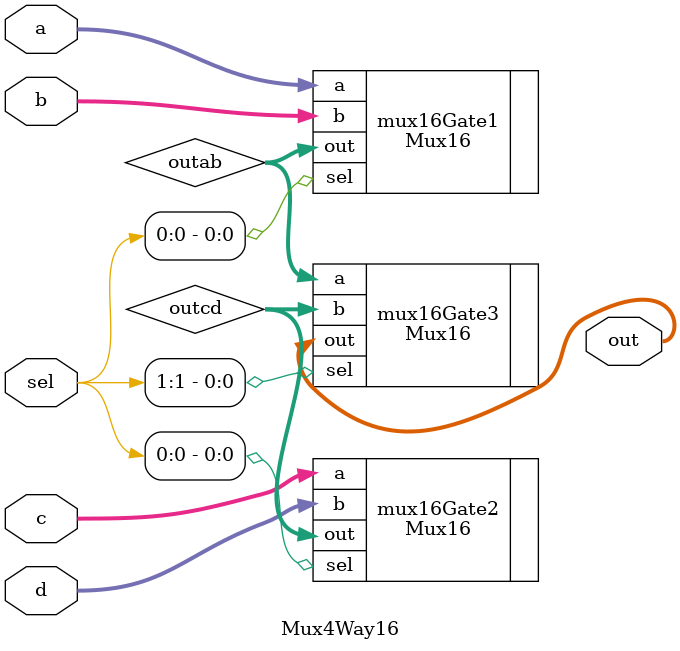
<source format=v>
module Mux4Way16(
    input [15:0] a, b, c, d,
    input [1:0] sel,
    output [15:0] out
);
    wire [15:0] outab, outcd;
    Mux16 mux16Gate1(.a(a), .b(b), .sel(sel[0:0]), .out(outab));
    Mux16 mux16Gate2(.a(c), .b(d), .sel(sel[0:0]), .out(outcd));
    Mux16 mux16Gate3(.a(outab), .b(outcd), .sel(sel[1:1]), .out(out));
endmodule
</source>
